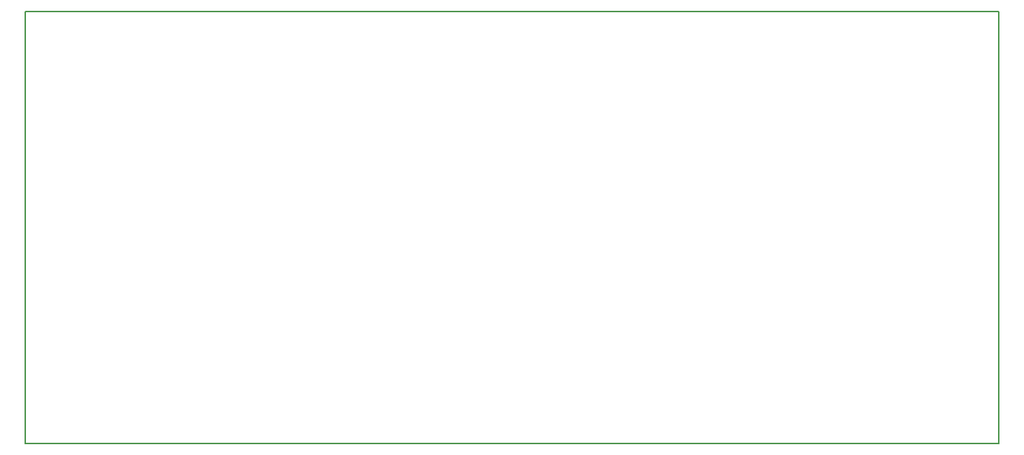
<source format=gbr>
G04 #@! TF.FileFunction,Profile,NP*
%FSLAX46Y46*%
G04 Gerber Fmt 4.6, Leading zero omitted, Abs format (unit mm)*
G04 Created by KiCad (PCBNEW 4.0.7-e2-6376~58~ubuntu16.04.1) date Wed Jan 10 15:30:26 2018*
%MOMM*%
%LPD*%
G01*
G04 APERTURE LIST*
%ADD10C,0.100000*%
%ADD11C,0.200000*%
G04 APERTURE END LIST*
D10*
D11*
X165100000Y-50800000D02*
X165100000Y-101600000D01*
X50800000Y-101600000D02*
X165100000Y-101600000D01*
X50800000Y-50800000D02*
X50800000Y-101600000D01*
X50800000Y-50800000D02*
X165100000Y-50800000D01*
M02*

</source>
